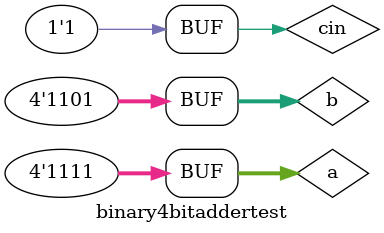
<source format=v>

module binary4bitaddertest;
	reg [3:0] a;
	reg [3:0] b;
	reg cin;
	wire co;
	wire [3:0] s;
	binary4bitadder uut (
		.a(a), 
		.b(b), 
		.cin(cin), 
		.co(co), 
		.s(s)
	);
	initial begin
		a = 0;
		b = 0;
		cin = 0;
		#100 a=4'b0001;b=4'b0011;cin=1'b0;
      #100 a=4'b0101;b=4'b1011;cin=1'b0;
      #100 a=4'b1101;b=4'b0011;cin=1'b1;
      #100 a=4'b0011;b=4'b0011;cin=1'b0;
      #100 a=4'b1001;b=4'b0011;cin=1'b1;
      #100 a=4'b0001;b=4'b1011;cin=1'b0;
      #100 a=4'b1111;b=4'b1101;cin=1'b1;

	end
      
endmodule
</source>
